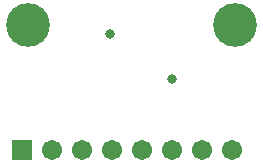
<source format=gbs>
G04*
G04 #@! TF.GenerationSoftware,Altium Limited,Altium Designer,23.8.1 (32)*
G04*
G04 Layer_Color=16711935*
%FSLAX44Y44*%
%MOMM*%
G71*
G04*
G04 #@! TF.SameCoordinates,8C545C58-4F73-44F2-8FA6-FEC30D537232*
G04*
G04*
G04 #@! TF.FilePolarity,Negative*
G04*
G01*
G75*
%ADD22C,3.7032*%
%ADD23C,1.7032*%
%ADD24R,1.7032X1.7032*%
%ADD25C,0.8032*%
D22*
X965216Y808530D02*
D03*
X789956D02*
D03*
D23*
X962168Y702866D02*
D03*
X936768D02*
D03*
X911368D02*
D03*
X885968D02*
D03*
X860568D02*
D03*
X835168D02*
D03*
X809768D02*
D03*
D24*
X784368D02*
D03*
D25*
X859000Y801400D02*
D03*
X912000Y763300D02*
D03*
M02*

</source>
